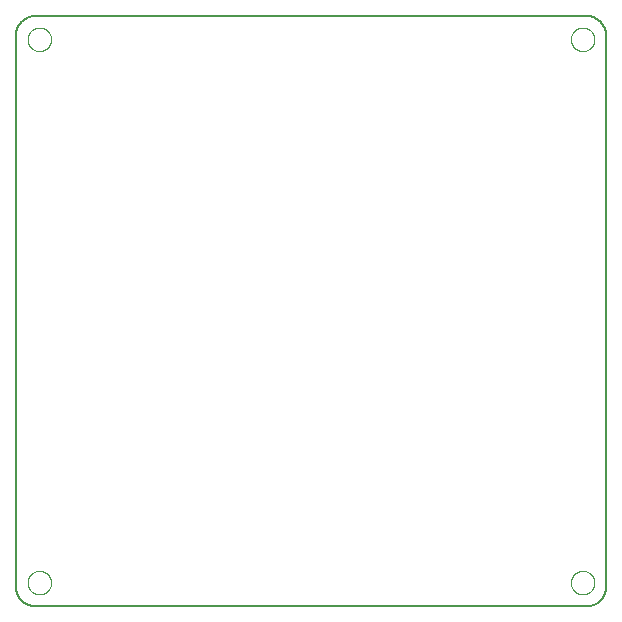
<source format=gko>
G04 EAGLE Gerber RS-274X export*
G75*
%MOMM*%
%FSLAX34Y34*%
%LPD*%
%INKeep Out*%
%IPPOS*%
%AMOC8*
5,1,8,0,0,1.08239X$1,22.5*%
G01*
%ADD10C,0.152400*%
%ADD11C,0.000000*%


D10*
X505000Y483929D02*
X505000Y18071D01*
X504995Y17659D01*
X504980Y17246D01*
X504955Y16834D01*
X504920Y16423D01*
X504876Y16013D01*
X504821Y15604D01*
X504756Y15197D01*
X504682Y14791D01*
X504598Y14387D01*
X504504Y13986D01*
X504400Y13586D01*
X504287Y13190D01*
X504164Y12796D01*
X504032Y12405D01*
X503891Y12018D01*
X503740Y11634D01*
X503580Y11253D01*
X503410Y10877D01*
X503232Y10505D01*
X503045Y10138D01*
X502849Y9775D01*
X502644Y9417D01*
X502430Y9064D01*
X502208Y8716D01*
X501978Y8374D01*
X501740Y8037D01*
X501493Y7706D01*
X501239Y7381D01*
X500977Y7063D01*
X500707Y6751D01*
X500430Y6445D01*
X500145Y6147D01*
X499853Y5855D01*
X499555Y5570D01*
X499249Y5293D01*
X498937Y5023D01*
X498619Y4761D01*
X498294Y4507D01*
X497963Y4260D01*
X497626Y4022D01*
X497284Y3792D01*
X496936Y3570D01*
X496583Y3356D01*
X496225Y3151D01*
X495862Y2955D01*
X495495Y2768D01*
X495123Y2590D01*
X494747Y2420D01*
X494366Y2260D01*
X493982Y2109D01*
X493595Y1968D01*
X493204Y1836D01*
X492810Y1713D01*
X492414Y1600D01*
X492014Y1496D01*
X491613Y1402D01*
X491209Y1318D01*
X490803Y1244D01*
X490396Y1179D01*
X489987Y1124D01*
X489577Y1080D01*
X489166Y1045D01*
X488754Y1020D01*
X488341Y1005D01*
X487929Y1000D01*
X22071Y1000D01*
X21659Y1005D01*
X21246Y1020D01*
X20834Y1045D01*
X20423Y1080D01*
X20013Y1124D01*
X19604Y1179D01*
X19197Y1244D01*
X18791Y1318D01*
X18387Y1402D01*
X17986Y1496D01*
X17586Y1600D01*
X17190Y1713D01*
X16796Y1836D01*
X16405Y1968D01*
X16018Y2109D01*
X15634Y2260D01*
X15253Y2420D01*
X14877Y2590D01*
X14505Y2768D01*
X14138Y2955D01*
X13775Y3151D01*
X13417Y3356D01*
X13064Y3570D01*
X12716Y3792D01*
X12374Y4022D01*
X12037Y4260D01*
X11706Y4507D01*
X11381Y4761D01*
X11063Y5023D01*
X10751Y5293D01*
X10445Y5570D01*
X10147Y5855D01*
X9855Y6147D01*
X9570Y6445D01*
X9293Y6751D01*
X9023Y7063D01*
X8761Y7381D01*
X8507Y7706D01*
X8260Y8037D01*
X8022Y8374D01*
X7792Y8716D01*
X7570Y9064D01*
X7356Y9417D01*
X7151Y9775D01*
X6955Y10138D01*
X6768Y10505D01*
X6590Y10877D01*
X6420Y11253D01*
X6260Y11634D01*
X6109Y12018D01*
X5968Y12405D01*
X5836Y12796D01*
X5713Y13190D01*
X5600Y13586D01*
X5496Y13986D01*
X5402Y14387D01*
X5318Y14791D01*
X5244Y15197D01*
X5179Y15604D01*
X5124Y16013D01*
X5080Y16423D01*
X5045Y16834D01*
X5020Y17246D01*
X5005Y17659D01*
X5000Y18071D01*
X5000Y483929D01*
X5005Y484341D01*
X5020Y484754D01*
X5045Y485166D01*
X5080Y485577D01*
X5124Y485987D01*
X5179Y486396D01*
X5244Y486803D01*
X5318Y487209D01*
X5402Y487613D01*
X5496Y488014D01*
X5600Y488414D01*
X5713Y488810D01*
X5836Y489204D01*
X5968Y489595D01*
X6109Y489982D01*
X6260Y490366D01*
X6420Y490747D01*
X6590Y491123D01*
X6768Y491495D01*
X6955Y491862D01*
X7151Y492225D01*
X7356Y492583D01*
X7570Y492936D01*
X7792Y493284D01*
X8022Y493626D01*
X8260Y493963D01*
X8507Y494294D01*
X8761Y494619D01*
X9023Y494937D01*
X9293Y495249D01*
X9570Y495555D01*
X9855Y495853D01*
X10147Y496145D01*
X10445Y496430D01*
X10751Y496707D01*
X11063Y496977D01*
X11381Y497239D01*
X11706Y497493D01*
X12037Y497740D01*
X12374Y497978D01*
X12716Y498208D01*
X13064Y498430D01*
X13417Y498644D01*
X13775Y498849D01*
X14138Y499045D01*
X14505Y499232D01*
X14877Y499410D01*
X15253Y499580D01*
X15634Y499740D01*
X16018Y499891D01*
X16405Y500032D01*
X16796Y500164D01*
X17190Y500287D01*
X17586Y500400D01*
X17986Y500504D01*
X18387Y500598D01*
X18791Y500682D01*
X19197Y500756D01*
X19604Y500821D01*
X20013Y500876D01*
X20423Y500920D01*
X20834Y500955D01*
X21246Y500980D01*
X21659Y500995D01*
X22071Y501000D01*
X487929Y501000D01*
X488341Y500995D01*
X488754Y500980D01*
X489166Y500955D01*
X489577Y500920D01*
X489987Y500876D01*
X490396Y500821D01*
X490803Y500756D01*
X491209Y500682D01*
X491613Y500598D01*
X492014Y500504D01*
X492414Y500400D01*
X492810Y500287D01*
X493204Y500164D01*
X493595Y500032D01*
X493982Y499891D01*
X494366Y499740D01*
X494747Y499580D01*
X495123Y499410D01*
X495495Y499232D01*
X495862Y499045D01*
X496225Y498849D01*
X496583Y498644D01*
X496936Y498430D01*
X497284Y498208D01*
X497626Y497978D01*
X497963Y497740D01*
X498294Y497493D01*
X498619Y497239D01*
X498937Y496977D01*
X499249Y496707D01*
X499555Y496430D01*
X499853Y496145D01*
X500145Y495853D01*
X500430Y495555D01*
X500707Y495249D01*
X500977Y494937D01*
X501239Y494619D01*
X501493Y494294D01*
X501740Y493963D01*
X501978Y493626D01*
X502208Y493284D01*
X502430Y492936D01*
X502644Y492583D01*
X502849Y492225D01*
X503045Y491862D01*
X503232Y491495D01*
X503410Y491123D01*
X503580Y490747D01*
X503740Y490366D01*
X503891Y489982D01*
X504032Y489595D01*
X504164Y489204D01*
X504287Y488810D01*
X504400Y488414D01*
X504504Y488014D01*
X504598Y487613D01*
X504682Y487209D01*
X504756Y486803D01*
X504821Y486396D01*
X504876Y485987D01*
X504920Y485577D01*
X504955Y485166D01*
X504980Y484754D01*
X504995Y484341D01*
X505000Y483929D01*
D11*
X15000Y21000D02*
X15003Y21245D01*
X15012Y21491D01*
X15027Y21736D01*
X15048Y21980D01*
X15075Y22224D01*
X15108Y22467D01*
X15147Y22710D01*
X15192Y22951D01*
X15243Y23191D01*
X15300Y23430D01*
X15362Y23667D01*
X15431Y23903D01*
X15505Y24137D01*
X15585Y24369D01*
X15670Y24599D01*
X15761Y24827D01*
X15858Y25052D01*
X15960Y25276D01*
X16068Y25496D01*
X16181Y25714D01*
X16299Y25929D01*
X16423Y26141D01*
X16551Y26350D01*
X16685Y26556D01*
X16824Y26758D01*
X16968Y26957D01*
X17117Y27152D01*
X17270Y27344D01*
X17428Y27532D01*
X17590Y27716D01*
X17758Y27895D01*
X17929Y28071D01*
X18105Y28242D01*
X18284Y28410D01*
X18468Y28572D01*
X18656Y28730D01*
X18848Y28883D01*
X19043Y29032D01*
X19242Y29176D01*
X19444Y29315D01*
X19650Y29449D01*
X19859Y29577D01*
X20071Y29701D01*
X20286Y29819D01*
X20504Y29932D01*
X20724Y30040D01*
X20948Y30142D01*
X21173Y30239D01*
X21401Y30330D01*
X21631Y30415D01*
X21863Y30495D01*
X22097Y30569D01*
X22333Y30638D01*
X22570Y30700D01*
X22809Y30757D01*
X23049Y30808D01*
X23290Y30853D01*
X23533Y30892D01*
X23776Y30925D01*
X24020Y30952D01*
X24264Y30973D01*
X24509Y30988D01*
X24755Y30997D01*
X25000Y31000D01*
X25245Y30997D01*
X25491Y30988D01*
X25736Y30973D01*
X25980Y30952D01*
X26224Y30925D01*
X26467Y30892D01*
X26710Y30853D01*
X26951Y30808D01*
X27191Y30757D01*
X27430Y30700D01*
X27667Y30638D01*
X27903Y30569D01*
X28137Y30495D01*
X28369Y30415D01*
X28599Y30330D01*
X28827Y30239D01*
X29052Y30142D01*
X29276Y30040D01*
X29496Y29932D01*
X29714Y29819D01*
X29929Y29701D01*
X30141Y29577D01*
X30350Y29449D01*
X30556Y29315D01*
X30758Y29176D01*
X30957Y29032D01*
X31152Y28883D01*
X31344Y28730D01*
X31532Y28572D01*
X31716Y28410D01*
X31895Y28242D01*
X32071Y28071D01*
X32242Y27895D01*
X32410Y27716D01*
X32572Y27532D01*
X32730Y27344D01*
X32883Y27152D01*
X33032Y26957D01*
X33176Y26758D01*
X33315Y26556D01*
X33449Y26350D01*
X33577Y26141D01*
X33701Y25929D01*
X33819Y25714D01*
X33932Y25496D01*
X34040Y25276D01*
X34142Y25052D01*
X34239Y24827D01*
X34330Y24599D01*
X34415Y24369D01*
X34495Y24137D01*
X34569Y23903D01*
X34638Y23667D01*
X34700Y23430D01*
X34757Y23191D01*
X34808Y22951D01*
X34853Y22710D01*
X34892Y22467D01*
X34925Y22224D01*
X34952Y21980D01*
X34973Y21736D01*
X34988Y21491D01*
X34997Y21245D01*
X35000Y21000D01*
X34997Y20755D01*
X34988Y20509D01*
X34973Y20264D01*
X34952Y20020D01*
X34925Y19776D01*
X34892Y19533D01*
X34853Y19290D01*
X34808Y19049D01*
X34757Y18809D01*
X34700Y18570D01*
X34638Y18333D01*
X34569Y18097D01*
X34495Y17863D01*
X34415Y17631D01*
X34330Y17401D01*
X34239Y17173D01*
X34142Y16948D01*
X34040Y16724D01*
X33932Y16504D01*
X33819Y16286D01*
X33701Y16071D01*
X33577Y15859D01*
X33449Y15650D01*
X33315Y15444D01*
X33176Y15242D01*
X33032Y15043D01*
X32883Y14848D01*
X32730Y14656D01*
X32572Y14468D01*
X32410Y14284D01*
X32242Y14105D01*
X32071Y13929D01*
X31895Y13758D01*
X31716Y13590D01*
X31532Y13428D01*
X31344Y13270D01*
X31152Y13117D01*
X30957Y12968D01*
X30758Y12824D01*
X30556Y12685D01*
X30350Y12551D01*
X30141Y12423D01*
X29929Y12299D01*
X29714Y12181D01*
X29496Y12068D01*
X29276Y11960D01*
X29052Y11858D01*
X28827Y11761D01*
X28599Y11670D01*
X28369Y11585D01*
X28137Y11505D01*
X27903Y11431D01*
X27667Y11362D01*
X27430Y11300D01*
X27191Y11243D01*
X26951Y11192D01*
X26710Y11147D01*
X26467Y11108D01*
X26224Y11075D01*
X25980Y11048D01*
X25736Y11027D01*
X25491Y11012D01*
X25245Y11003D01*
X25000Y11000D01*
X24755Y11003D01*
X24509Y11012D01*
X24264Y11027D01*
X24020Y11048D01*
X23776Y11075D01*
X23533Y11108D01*
X23290Y11147D01*
X23049Y11192D01*
X22809Y11243D01*
X22570Y11300D01*
X22333Y11362D01*
X22097Y11431D01*
X21863Y11505D01*
X21631Y11585D01*
X21401Y11670D01*
X21173Y11761D01*
X20948Y11858D01*
X20724Y11960D01*
X20504Y12068D01*
X20286Y12181D01*
X20071Y12299D01*
X19859Y12423D01*
X19650Y12551D01*
X19444Y12685D01*
X19242Y12824D01*
X19043Y12968D01*
X18848Y13117D01*
X18656Y13270D01*
X18468Y13428D01*
X18284Y13590D01*
X18105Y13758D01*
X17929Y13929D01*
X17758Y14105D01*
X17590Y14284D01*
X17428Y14468D01*
X17270Y14656D01*
X17117Y14848D01*
X16968Y15043D01*
X16824Y15242D01*
X16685Y15444D01*
X16551Y15650D01*
X16423Y15859D01*
X16299Y16071D01*
X16181Y16286D01*
X16068Y16504D01*
X15960Y16724D01*
X15858Y16948D01*
X15761Y17173D01*
X15670Y17401D01*
X15585Y17631D01*
X15505Y17863D01*
X15431Y18097D01*
X15362Y18333D01*
X15300Y18570D01*
X15243Y18809D01*
X15192Y19049D01*
X15147Y19290D01*
X15108Y19533D01*
X15075Y19776D01*
X15048Y20020D01*
X15027Y20264D01*
X15012Y20509D01*
X15003Y20755D01*
X15000Y21000D01*
X475000Y21000D02*
X475003Y21245D01*
X475012Y21491D01*
X475027Y21736D01*
X475048Y21980D01*
X475075Y22224D01*
X475108Y22467D01*
X475147Y22710D01*
X475192Y22951D01*
X475243Y23191D01*
X475300Y23430D01*
X475362Y23667D01*
X475431Y23903D01*
X475505Y24137D01*
X475585Y24369D01*
X475670Y24599D01*
X475761Y24827D01*
X475858Y25052D01*
X475960Y25276D01*
X476068Y25496D01*
X476181Y25714D01*
X476299Y25929D01*
X476423Y26141D01*
X476551Y26350D01*
X476685Y26556D01*
X476824Y26758D01*
X476968Y26957D01*
X477117Y27152D01*
X477270Y27344D01*
X477428Y27532D01*
X477590Y27716D01*
X477758Y27895D01*
X477929Y28071D01*
X478105Y28242D01*
X478284Y28410D01*
X478468Y28572D01*
X478656Y28730D01*
X478848Y28883D01*
X479043Y29032D01*
X479242Y29176D01*
X479444Y29315D01*
X479650Y29449D01*
X479859Y29577D01*
X480071Y29701D01*
X480286Y29819D01*
X480504Y29932D01*
X480724Y30040D01*
X480948Y30142D01*
X481173Y30239D01*
X481401Y30330D01*
X481631Y30415D01*
X481863Y30495D01*
X482097Y30569D01*
X482333Y30638D01*
X482570Y30700D01*
X482809Y30757D01*
X483049Y30808D01*
X483290Y30853D01*
X483533Y30892D01*
X483776Y30925D01*
X484020Y30952D01*
X484264Y30973D01*
X484509Y30988D01*
X484755Y30997D01*
X485000Y31000D01*
X485245Y30997D01*
X485491Y30988D01*
X485736Y30973D01*
X485980Y30952D01*
X486224Y30925D01*
X486467Y30892D01*
X486710Y30853D01*
X486951Y30808D01*
X487191Y30757D01*
X487430Y30700D01*
X487667Y30638D01*
X487903Y30569D01*
X488137Y30495D01*
X488369Y30415D01*
X488599Y30330D01*
X488827Y30239D01*
X489052Y30142D01*
X489276Y30040D01*
X489496Y29932D01*
X489714Y29819D01*
X489929Y29701D01*
X490141Y29577D01*
X490350Y29449D01*
X490556Y29315D01*
X490758Y29176D01*
X490957Y29032D01*
X491152Y28883D01*
X491344Y28730D01*
X491532Y28572D01*
X491716Y28410D01*
X491895Y28242D01*
X492071Y28071D01*
X492242Y27895D01*
X492410Y27716D01*
X492572Y27532D01*
X492730Y27344D01*
X492883Y27152D01*
X493032Y26957D01*
X493176Y26758D01*
X493315Y26556D01*
X493449Y26350D01*
X493577Y26141D01*
X493701Y25929D01*
X493819Y25714D01*
X493932Y25496D01*
X494040Y25276D01*
X494142Y25052D01*
X494239Y24827D01*
X494330Y24599D01*
X494415Y24369D01*
X494495Y24137D01*
X494569Y23903D01*
X494638Y23667D01*
X494700Y23430D01*
X494757Y23191D01*
X494808Y22951D01*
X494853Y22710D01*
X494892Y22467D01*
X494925Y22224D01*
X494952Y21980D01*
X494973Y21736D01*
X494988Y21491D01*
X494997Y21245D01*
X495000Y21000D01*
X494997Y20755D01*
X494988Y20509D01*
X494973Y20264D01*
X494952Y20020D01*
X494925Y19776D01*
X494892Y19533D01*
X494853Y19290D01*
X494808Y19049D01*
X494757Y18809D01*
X494700Y18570D01*
X494638Y18333D01*
X494569Y18097D01*
X494495Y17863D01*
X494415Y17631D01*
X494330Y17401D01*
X494239Y17173D01*
X494142Y16948D01*
X494040Y16724D01*
X493932Y16504D01*
X493819Y16286D01*
X493701Y16071D01*
X493577Y15859D01*
X493449Y15650D01*
X493315Y15444D01*
X493176Y15242D01*
X493032Y15043D01*
X492883Y14848D01*
X492730Y14656D01*
X492572Y14468D01*
X492410Y14284D01*
X492242Y14105D01*
X492071Y13929D01*
X491895Y13758D01*
X491716Y13590D01*
X491532Y13428D01*
X491344Y13270D01*
X491152Y13117D01*
X490957Y12968D01*
X490758Y12824D01*
X490556Y12685D01*
X490350Y12551D01*
X490141Y12423D01*
X489929Y12299D01*
X489714Y12181D01*
X489496Y12068D01*
X489276Y11960D01*
X489052Y11858D01*
X488827Y11761D01*
X488599Y11670D01*
X488369Y11585D01*
X488137Y11505D01*
X487903Y11431D01*
X487667Y11362D01*
X487430Y11300D01*
X487191Y11243D01*
X486951Y11192D01*
X486710Y11147D01*
X486467Y11108D01*
X486224Y11075D01*
X485980Y11048D01*
X485736Y11027D01*
X485491Y11012D01*
X485245Y11003D01*
X485000Y11000D01*
X484755Y11003D01*
X484509Y11012D01*
X484264Y11027D01*
X484020Y11048D01*
X483776Y11075D01*
X483533Y11108D01*
X483290Y11147D01*
X483049Y11192D01*
X482809Y11243D01*
X482570Y11300D01*
X482333Y11362D01*
X482097Y11431D01*
X481863Y11505D01*
X481631Y11585D01*
X481401Y11670D01*
X481173Y11761D01*
X480948Y11858D01*
X480724Y11960D01*
X480504Y12068D01*
X480286Y12181D01*
X480071Y12299D01*
X479859Y12423D01*
X479650Y12551D01*
X479444Y12685D01*
X479242Y12824D01*
X479043Y12968D01*
X478848Y13117D01*
X478656Y13270D01*
X478468Y13428D01*
X478284Y13590D01*
X478105Y13758D01*
X477929Y13929D01*
X477758Y14105D01*
X477590Y14284D01*
X477428Y14468D01*
X477270Y14656D01*
X477117Y14848D01*
X476968Y15043D01*
X476824Y15242D01*
X476685Y15444D01*
X476551Y15650D01*
X476423Y15859D01*
X476299Y16071D01*
X476181Y16286D01*
X476068Y16504D01*
X475960Y16724D01*
X475858Y16948D01*
X475761Y17173D01*
X475670Y17401D01*
X475585Y17631D01*
X475505Y17863D01*
X475431Y18097D01*
X475362Y18333D01*
X475300Y18570D01*
X475243Y18809D01*
X475192Y19049D01*
X475147Y19290D01*
X475108Y19533D01*
X475075Y19776D01*
X475048Y20020D01*
X475027Y20264D01*
X475012Y20509D01*
X475003Y20755D01*
X475000Y21000D01*
X475000Y481000D02*
X475003Y481245D01*
X475012Y481491D01*
X475027Y481736D01*
X475048Y481980D01*
X475075Y482224D01*
X475108Y482467D01*
X475147Y482710D01*
X475192Y482951D01*
X475243Y483191D01*
X475300Y483430D01*
X475362Y483667D01*
X475431Y483903D01*
X475505Y484137D01*
X475585Y484369D01*
X475670Y484599D01*
X475761Y484827D01*
X475858Y485052D01*
X475960Y485276D01*
X476068Y485496D01*
X476181Y485714D01*
X476299Y485929D01*
X476423Y486141D01*
X476551Y486350D01*
X476685Y486556D01*
X476824Y486758D01*
X476968Y486957D01*
X477117Y487152D01*
X477270Y487344D01*
X477428Y487532D01*
X477590Y487716D01*
X477758Y487895D01*
X477929Y488071D01*
X478105Y488242D01*
X478284Y488410D01*
X478468Y488572D01*
X478656Y488730D01*
X478848Y488883D01*
X479043Y489032D01*
X479242Y489176D01*
X479444Y489315D01*
X479650Y489449D01*
X479859Y489577D01*
X480071Y489701D01*
X480286Y489819D01*
X480504Y489932D01*
X480724Y490040D01*
X480948Y490142D01*
X481173Y490239D01*
X481401Y490330D01*
X481631Y490415D01*
X481863Y490495D01*
X482097Y490569D01*
X482333Y490638D01*
X482570Y490700D01*
X482809Y490757D01*
X483049Y490808D01*
X483290Y490853D01*
X483533Y490892D01*
X483776Y490925D01*
X484020Y490952D01*
X484264Y490973D01*
X484509Y490988D01*
X484755Y490997D01*
X485000Y491000D01*
X485245Y490997D01*
X485491Y490988D01*
X485736Y490973D01*
X485980Y490952D01*
X486224Y490925D01*
X486467Y490892D01*
X486710Y490853D01*
X486951Y490808D01*
X487191Y490757D01*
X487430Y490700D01*
X487667Y490638D01*
X487903Y490569D01*
X488137Y490495D01*
X488369Y490415D01*
X488599Y490330D01*
X488827Y490239D01*
X489052Y490142D01*
X489276Y490040D01*
X489496Y489932D01*
X489714Y489819D01*
X489929Y489701D01*
X490141Y489577D01*
X490350Y489449D01*
X490556Y489315D01*
X490758Y489176D01*
X490957Y489032D01*
X491152Y488883D01*
X491344Y488730D01*
X491532Y488572D01*
X491716Y488410D01*
X491895Y488242D01*
X492071Y488071D01*
X492242Y487895D01*
X492410Y487716D01*
X492572Y487532D01*
X492730Y487344D01*
X492883Y487152D01*
X493032Y486957D01*
X493176Y486758D01*
X493315Y486556D01*
X493449Y486350D01*
X493577Y486141D01*
X493701Y485929D01*
X493819Y485714D01*
X493932Y485496D01*
X494040Y485276D01*
X494142Y485052D01*
X494239Y484827D01*
X494330Y484599D01*
X494415Y484369D01*
X494495Y484137D01*
X494569Y483903D01*
X494638Y483667D01*
X494700Y483430D01*
X494757Y483191D01*
X494808Y482951D01*
X494853Y482710D01*
X494892Y482467D01*
X494925Y482224D01*
X494952Y481980D01*
X494973Y481736D01*
X494988Y481491D01*
X494997Y481245D01*
X495000Y481000D01*
X494997Y480755D01*
X494988Y480509D01*
X494973Y480264D01*
X494952Y480020D01*
X494925Y479776D01*
X494892Y479533D01*
X494853Y479290D01*
X494808Y479049D01*
X494757Y478809D01*
X494700Y478570D01*
X494638Y478333D01*
X494569Y478097D01*
X494495Y477863D01*
X494415Y477631D01*
X494330Y477401D01*
X494239Y477173D01*
X494142Y476948D01*
X494040Y476724D01*
X493932Y476504D01*
X493819Y476286D01*
X493701Y476071D01*
X493577Y475859D01*
X493449Y475650D01*
X493315Y475444D01*
X493176Y475242D01*
X493032Y475043D01*
X492883Y474848D01*
X492730Y474656D01*
X492572Y474468D01*
X492410Y474284D01*
X492242Y474105D01*
X492071Y473929D01*
X491895Y473758D01*
X491716Y473590D01*
X491532Y473428D01*
X491344Y473270D01*
X491152Y473117D01*
X490957Y472968D01*
X490758Y472824D01*
X490556Y472685D01*
X490350Y472551D01*
X490141Y472423D01*
X489929Y472299D01*
X489714Y472181D01*
X489496Y472068D01*
X489276Y471960D01*
X489052Y471858D01*
X488827Y471761D01*
X488599Y471670D01*
X488369Y471585D01*
X488137Y471505D01*
X487903Y471431D01*
X487667Y471362D01*
X487430Y471300D01*
X487191Y471243D01*
X486951Y471192D01*
X486710Y471147D01*
X486467Y471108D01*
X486224Y471075D01*
X485980Y471048D01*
X485736Y471027D01*
X485491Y471012D01*
X485245Y471003D01*
X485000Y471000D01*
X484755Y471003D01*
X484509Y471012D01*
X484264Y471027D01*
X484020Y471048D01*
X483776Y471075D01*
X483533Y471108D01*
X483290Y471147D01*
X483049Y471192D01*
X482809Y471243D01*
X482570Y471300D01*
X482333Y471362D01*
X482097Y471431D01*
X481863Y471505D01*
X481631Y471585D01*
X481401Y471670D01*
X481173Y471761D01*
X480948Y471858D01*
X480724Y471960D01*
X480504Y472068D01*
X480286Y472181D01*
X480071Y472299D01*
X479859Y472423D01*
X479650Y472551D01*
X479444Y472685D01*
X479242Y472824D01*
X479043Y472968D01*
X478848Y473117D01*
X478656Y473270D01*
X478468Y473428D01*
X478284Y473590D01*
X478105Y473758D01*
X477929Y473929D01*
X477758Y474105D01*
X477590Y474284D01*
X477428Y474468D01*
X477270Y474656D01*
X477117Y474848D01*
X476968Y475043D01*
X476824Y475242D01*
X476685Y475444D01*
X476551Y475650D01*
X476423Y475859D01*
X476299Y476071D01*
X476181Y476286D01*
X476068Y476504D01*
X475960Y476724D01*
X475858Y476948D01*
X475761Y477173D01*
X475670Y477401D01*
X475585Y477631D01*
X475505Y477863D01*
X475431Y478097D01*
X475362Y478333D01*
X475300Y478570D01*
X475243Y478809D01*
X475192Y479049D01*
X475147Y479290D01*
X475108Y479533D01*
X475075Y479776D01*
X475048Y480020D01*
X475027Y480264D01*
X475012Y480509D01*
X475003Y480755D01*
X475000Y481000D01*
X15000Y481000D02*
X15003Y481245D01*
X15012Y481491D01*
X15027Y481736D01*
X15048Y481980D01*
X15075Y482224D01*
X15108Y482467D01*
X15147Y482710D01*
X15192Y482951D01*
X15243Y483191D01*
X15300Y483430D01*
X15362Y483667D01*
X15431Y483903D01*
X15505Y484137D01*
X15585Y484369D01*
X15670Y484599D01*
X15761Y484827D01*
X15858Y485052D01*
X15960Y485276D01*
X16068Y485496D01*
X16181Y485714D01*
X16299Y485929D01*
X16423Y486141D01*
X16551Y486350D01*
X16685Y486556D01*
X16824Y486758D01*
X16968Y486957D01*
X17117Y487152D01*
X17270Y487344D01*
X17428Y487532D01*
X17590Y487716D01*
X17758Y487895D01*
X17929Y488071D01*
X18105Y488242D01*
X18284Y488410D01*
X18468Y488572D01*
X18656Y488730D01*
X18848Y488883D01*
X19043Y489032D01*
X19242Y489176D01*
X19444Y489315D01*
X19650Y489449D01*
X19859Y489577D01*
X20071Y489701D01*
X20286Y489819D01*
X20504Y489932D01*
X20724Y490040D01*
X20948Y490142D01*
X21173Y490239D01*
X21401Y490330D01*
X21631Y490415D01*
X21863Y490495D01*
X22097Y490569D01*
X22333Y490638D01*
X22570Y490700D01*
X22809Y490757D01*
X23049Y490808D01*
X23290Y490853D01*
X23533Y490892D01*
X23776Y490925D01*
X24020Y490952D01*
X24264Y490973D01*
X24509Y490988D01*
X24755Y490997D01*
X25000Y491000D01*
X25245Y490997D01*
X25491Y490988D01*
X25736Y490973D01*
X25980Y490952D01*
X26224Y490925D01*
X26467Y490892D01*
X26710Y490853D01*
X26951Y490808D01*
X27191Y490757D01*
X27430Y490700D01*
X27667Y490638D01*
X27903Y490569D01*
X28137Y490495D01*
X28369Y490415D01*
X28599Y490330D01*
X28827Y490239D01*
X29052Y490142D01*
X29276Y490040D01*
X29496Y489932D01*
X29714Y489819D01*
X29929Y489701D01*
X30141Y489577D01*
X30350Y489449D01*
X30556Y489315D01*
X30758Y489176D01*
X30957Y489032D01*
X31152Y488883D01*
X31344Y488730D01*
X31532Y488572D01*
X31716Y488410D01*
X31895Y488242D01*
X32071Y488071D01*
X32242Y487895D01*
X32410Y487716D01*
X32572Y487532D01*
X32730Y487344D01*
X32883Y487152D01*
X33032Y486957D01*
X33176Y486758D01*
X33315Y486556D01*
X33449Y486350D01*
X33577Y486141D01*
X33701Y485929D01*
X33819Y485714D01*
X33932Y485496D01*
X34040Y485276D01*
X34142Y485052D01*
X34239Y484827D01*
X34330Y484599D01*
X34415Y484369D01*
X34495Y484137D01*
X34569Y483903D01*
X34638Y483667D01*
X34700Y483430D01*
X34757Y483191D01*
X34808Y482951D01*
X34853Y482710D01*
X34892Y482467D01*
X34925Y482224D01*
X34952Y481980D01*
X34973Y481736D01*
X34988Y481491D01*
X34997Y481245D01*
X35000Y481000D01*
X34997Y480755D01*
X34988Y480509D01*
X34973Y480264D01*
X34952Y480020D01*
X34925Y479776D01*
X34892Y479533D01*
X34853Y479290D01*
X34808Y479049D01*
X34757Y478809D01*
X34700Y478570D01*
X34638Y478333D01*
X34569Y478097D01*
X34495Y477863D01*
X34415Y477631D01*
X34330Y477401D01*
X34239Y477173D01*
X34142Y476948D01*
X34040Y476724D01*
X33932Y476504D01*
X33819Y476286D01*
X33701Y476071D01*
X33577Y475859D01*
X33449Y475650D01*
X33315Y475444D01*
X33176Y475242D01*
X33032Y475043D01*
X32883Y474848D01*
X32730Y474656D01*
X32572Y474468D01*
X32410Y474284D01*
X32242Y474105D01*
X32071Y473929D01*
X31895Y473758D01*
X31716Y473590D01*
X31532Y473428D01*
X31344Y473270D01*
X31152Y473117D01*
X30957Y472968D01*
X30758Y472824D01*
X30556Y472685D01*
X30350Y472551D01*
X30141Y472423D01*
X29929Y472299D01*
X29714Y472181D01*
X29496Y472068D01*
X29276Y471960D01*
X29052Y471858D01*
X28827Y471761D01*
X28599Y471670D01*
X28369Y471585D01*
X28137Y471505D01*
X27903Y471431D01*
X27667Y471362D01*
X27430Y471300D01*
X27191Y471243D01*
X26951Y471192D01*
X26710Y471147D01*
X26467Y471108D01*
X26224Y471075D01*
X25980Y471048D01*
X25736Y471027D01*
X25491Y471012D01*
X25245Y471003D01*
X25000Y471000D01*
X24755Y471003D01*
X24509Y471012D01*
X24264Y471027D01*
X24020Y471048D01*
X23776Y471075D01*
X23533Y471108D01*
X23290Y471147D01*
X23049Y471192D01*
X22809Y471243D01*
X22570Y471300D01*
X22333Y471362D01*
X22097Y471431D01*
X21863Y471505D01*
X21631Y471585D01*
X21401Y471670D01*
X21173Y471761D01*
X20948Y471858D01*
X20724Y471960D01*
X20504Y472068D01*
X20286Y472181D01*
X20071Y472299D01*
X19859Y472423D01*
X19650Y472551D01*
X19444Y472685D01*
X19242Y472824D01*
X19043Y472968D01*
X18848Y473117D01*
X18656Y473270D01*
X18468Y473428D01*
X18284Y473590D01*
X18105Y473758D01*
X17929Y473929D01*
X17758Y474105D01*
X17590Y474284D01*
X17428Y474468D01*
X17270Y474656D01*
X17117Y474848D01*
X16968Y475043D01*
X16824Y475242D01*
X16685Y475444D01*
X16551Y475650D01*
X16423Y475859D01*
X16299Y476071D01*
X16181Y476286D01*
X16068Y476504D01*
X15960Y476724D01*
X15858Y476948D01*
X15761Y477173D01*
X15670Y477401D01*
X15585Y477631D01*
X15505Y477863D01*
X15431Y478097D01*
X15362Y478333D01*
X15300Y478570D01*
X15243Y478809D01*
X15192Y479049D01*
X15147Y479290D01*
X15108Y479533D01*
X15075Y479776D01*
X15048Y480020D01*
X15027Y480264D01*
X15012Y480509D01*
X15003Y480755D01*
X15000Y481000D01*
M02*

</source>
